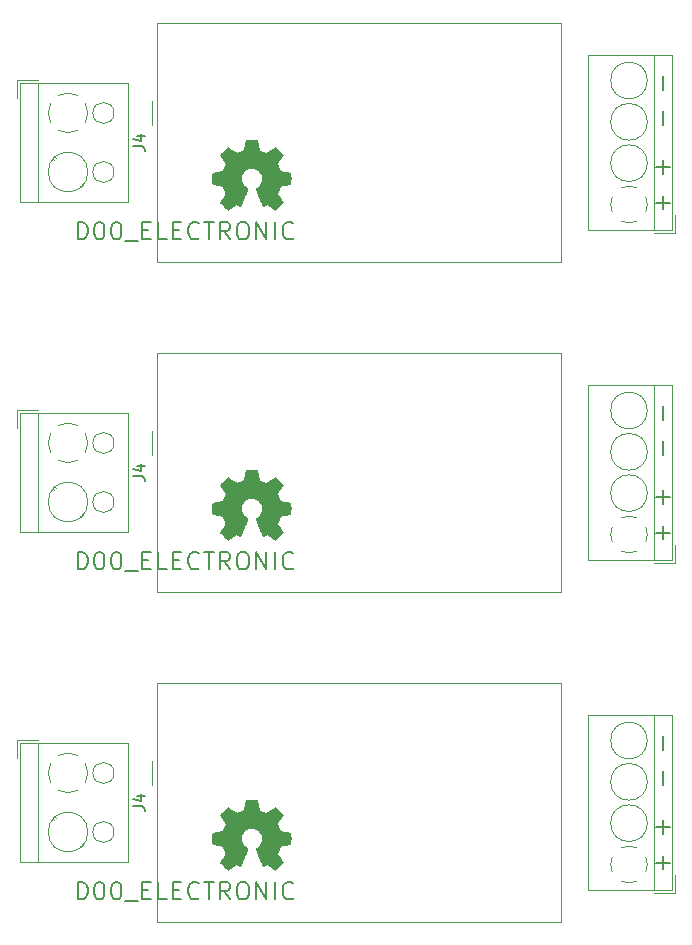
<source format=gbr>
G04 #@! TF.GenerationSoftware,KiCad,Pcbnew,5.1.5-52549c5~86~ubuntu18.04.1*
G04 #@! TF.CreationDate,2020-10-04T22:34:53-05:00*
G04 #@! TF.ProjectId,,58585858-5858-4585-9858-585858585858,rev?*
G04 #@! TF.SameCoordinates,Original*
G04 #@! TF.FileFunction,Legend,Top*
G04 #@! TF.FilePolarity,Positive*
%FSLAX46Y46*%
G04 Gerber Fmt 4.6, Leading zero omitted, Abs format (unit mm)*
G04 Created by KiCad (PCBNEW 5.1.5-52549c5~86~ubuntu18.04.1) date 2020-10-04 22:34:53*
%MOMM*%
%LPD*%
G04 APERTURE LIST*
%ADD10C,0.150000*%
%ADD11C,0.120000*%
%ADD12C,0.010000*%
G04 APERTURE END LIST*
D10*
X137394142Y-115396257D02*
X137394142Y-114253400D01*
X137965571Y-114824828D02*
X136822714Y-114824828D01*
X137394142Y-112396257D02*
X137394142Y-111253400D01*
X137965571Y-111824828D02*
X136822714Y-111824828D01*
X137394142Y-108253400D02*
X137394142Y-107110542D01*
X137394142Y-105253400D02*
X137394142Y-104110542D01*
X137394142Y-87456257D02*
X137394142Y-86313400D01*
X137965571Y-86884828D02*
X136822714Y-86884828D01*
X137394142Y-84456257D02*
X137394142Y-83313400D01*
X137965571Y-83884828D02*
X136822714Y-83884828D01*
X137394142Y-80313400D02*
X137394142Y-79170542D01*
X137394142Y-77313400D02*
X137394142Y-76170542D01*
X87826057Y-117950371D02*
X87826057Y-116450371D01*
X88183200Y-116450371D01*
X88397485Y-116521800D01*
X88540342Y-116664657D01*
X88611771Y-116807514D01*
X88683200Y-117093228D01*
X88683200Y-117307514D01*
X88611771Y-117593228D01*
X88540342Y-117736085D01*
X88397485Y-117878942D01*
X88183200Y-117950371D01*
X87826057Y-117950371D01*
X89611771Y-116450371D02*
X89754628Y-116450371D01*
X89897485Y-116521800D01*
X89968914Y-116593228D01*
X90040342Y-116736085D01*
X90111771Y-117021800D01*
X90111771Y-117378942D01*
X90040342Y-117664657D01*
X89968914Y-117807514D01*
X89897485Y-117878942D01*
X89754628Y-117950371D01*
X89611771Y-117950371D01*
X89468914Y-117878942D01*
X89397485Y-117807514D01*
X89326057Y-117664657D01*
X89254628Y-117378942D01*
X89254628Y-117021800D01*
X89326057Y-116736085D01*
X89397485Y-116593228D01*
X89468914Y-116521800D01*
X89611771Y-116450371D01*
X91040342Y-116450371D02*
X91183200Y-116450371D01*
X91326057Y-116521800D01*
X91397485Y-116593228D01*
X91468914Y-116736085D01*
X91540342Y-117021800D01*
X91540342Y-117378942D01*
X91468914Y-117664657D01*
X91397485Y-117807514D01*
X91326057Y-117878942D01*
X91183200Y-117950371D01*
X91040342Y-117950371D01*
X90897485Y-117878942D01*
X90826057Y-117807514D01*
X90754628Y-117664657D01*
X90683200Y-117378942D01*
X90683200Y-117021800D01*
X90754628Y-116736085D01*
X90826057Y-116593228D01*
X90897485Y-116521800D01*
X91040342Y-116450371D01*
X91826057Y-118093228D02*
X92968914Y-118093228D01*
X93326057Y-117164657D02*
X93826057Y-117164657D01*
X94040342Y-117950371D02*
X93326057Y-117950371D01*
X93326057Y-116450371D01*
X94040342Y-116450371D01*
X95397485Y-117950371D02*
X94683200Y-117950371D01*
X94683200Y-116450371D01*
X95897485Y-117164657D02*
X96397485Y-117164657D01*
X96611771Y-117950371D02*
X95897485Y-117950371D01*
X95897485Y-116450371D01*
X96611771Y-116450371D01*
X98111771Y-117807514D02*
X98040342Y-117878942D01*
X97826057Y-117950371D01*
X97683200Y-117950371D01*
X97468914Y-117878942D01*
X97326057Y-117736085D01*
X97254628Y-117593228D01*
X97183200Y-117307514D01*
X97183200Y-117093228D01*
X97254628Y-116807514D01*
X97326057Y-116664657D01*
X97468914Y-116521800D01*
X97683200Y-116450371D01*
X97826057Y-116450371D01*
X98040342Y-116521800D01*
X98111771Y-116593228D01*
X98540342Y-116450371D02*
X99397485Y-116450371D01*
X98968914Y-117950371D02*
X98968914Y-116450371D01*
X100754628Y-117950371D02*
X100254628Y-117236085D01*
X99897485Y-117950371D02*
X99897485Y-116450371D01*
X100468914Y-116450371D01*
X100611771Y-116521800D01*
X100683200Y-116593228D01*
X100754628Y-116736085D01*
X100754628Y-116950371D01*
X100683200Y-117093228D01*
X100611771Y-117164657D01*
X100468914Y-117236085D01*
X99897485Y-117236085D01*
X101683200Y-116450371D02*
X101968914Y-116450371D01*
X102111771Y-116521800D01*
X102254628Y-116664657D01*
X102326057Y-116950371D01*
X102326057Y-117450371D01*
X102254628Y-117736085D01*
X102111771Y-117878942D01*
X101968914Y-117950371D01*
X101683200Y-117950371D01*
X101540342Y-117878942D01*
X101397485Y-117736085D01*
X101326057Y-117450371D01*
X101326057Y-116950371D01*
X101397485Y-116664657D01*
X101540342Y-116521800D01*
X101683200Y-116450371D01*
X102968914Y-117950371D02*
X102968914Y-116450371D01*
X103826057Y-117950371D01*
X103826057Y-116450371D01*
X104540342Y-117950371D02*
X104540342Y-116450371D01*
X106111771Y-117807514D02*
X106040342Y-117878942D01*
X105826057Y-117950371D01*
X105683200Y-117950371D01*
X105468914Y-117878942D01*
X105326057Y-117736085D01*
X105254628Y-117593228D01*
X105183200Y-117307514D01*
X105183200Y-117093228D01*
X105254628Y-116807514D01*
X105326057Y-116664657D01*
X105468914Y-116521800D01*
X105683200Y-116450371D01*
X105826057Y-116450371D01*
X106040342Y-116521800D01*
X106111771Y-116593228D01*
X87826057Y-90010371D02*
X87826057Y-88510371D01*
X88183200Y-88510371D01*
X88397485Y-88581800D01*
X88540342Y-88724657D01*
X88611771Y-88867514D01*
X88683200Y-89153228D01*
X88683200Y-89367514D01*
X88611771Y-89653228D01*
X88540342Y-89796085D01*
X88397485Y-89938942D01*
X88183200Y-90010371D01*
X87826057Y-90010371D01*
X89611771Y-88510371D02*
X89754628Y-88510371D01*
X89897485Y-88581800D01*
X89968914Y-88653228D01*
X90040342Y-88796085D01*
X90111771Y-89081800D01*
X90111771Y-89438942D01*
X90040342Y-89724657D01*
X89968914Y-89867514D01*
X89897485Y-89938942D01*
X89754628Y-90010371D01*
X89611771Y-90010371D01*
X89468914Y-89938942D01*
X89397485Y-89867514D01*
X89326057Y-89724657D01*
X89254628Y-89438942D01*
X89254628Y-89081800D01*
X89326057Y-88796085D01*
X89397485Y-88653228D01*
X89468914Y-88581800D01*
X89611771Y-88510371D01*
X91040342Y-88510371D02*
X91183200Y-88510371D01*
X91326057Y-88581800D01*
X91397485Y-88653228D01*
X91468914Y-88796085D01*
X91540342Y-89081800D01*
X91540342Y-89438942D01*
X91468914Y-89724657D01*
X91397485Y-89867514D01*
X91326057Y-89938942D01*
X91183200Y-90010371D01*
X91040342Y-90010371D01*
X90897485Y-89938942D01*
X90826057Y-89867514D01*
X90754628Y-89724657D01*
X90683200Y-89438942D01*
X90683200Y-89081800D01*
X90754628Y-88796085D01*
X90826057Y-88653228D01*
X90897485Y-88581800D01*
X91040342Y-88510371D01*
X91826057Y-90153228D02*
X92968914Y-90153228D01*
X93326057Y-89224657D02*
X93826057Y-89224657D01*
X94040342Y-90010371D02*
X93326057Y-90010371D01*
X93326057Y-88510371D01*
X94040342Y-88510371D01*
X95397485Y-90010371D02*
X94683200Y-90010371D01*
X94683200Y-88510371D01*
X95897485Y-89224657D02*
X96397485Y-89224657D01*
X96611771Y-90010371D02*
X95897485Y-90010371D01*
X95897485Y-88510371D01*
X96611771Y-88510371D01*
X98111771Y-89867514D02*
X98040342Y-89938942D01*
X97826057Y-90010371D01*
X97683200Y-90010371D01*
X97468914Y-89938942D01*
X97326057Y-89796085D01*
X97254628Y-89653228D01*
X97183200Y-89367514D01*
X97183200Y-89153228D01*
X97254628Y-88867514D01*
X97326057Y-88724657D01*
X97468914Y-88581800D01*
X97683200Y-88510371D01*
X97826057Y-88510371D01*
X98040342Y-88581800D01*
X98111771Y-88653228D01*
X98540342Y-88510371D02*
X99397485Y-88510371D01*
X98968914Y-90010371D02*
X98968914Y-88510371D01*
X100754628Y-90010371D02*
X100254628Y-89296085D01*
X99897485Y-90010371D02*
X99897485Y-88510371D01*
X100468914Y-88510371D01*
X100611771Y-88581800D01*
X100683200Y-88653228D01*
X100754628Y-88796085D01*
X100754628Y-89010371D01*
X100683200Y-89153228D01*
X100611771Y-89224657D01*
X100468914Y-89296085D01*
X99897485Y-89296085D01*
X101683200Y-88510371D02*
X101968914Y-88510371D01*
X102111771Y-88581800D01*
X102254628Y-88724657D01*
X102326057Y-89010371D01*
X102326057Y-89510371D01*
X102254628Y-89796085D01*
X102111771Y-89938942D01*
X101968914Y-90010371D01*
X101683200Y-90010371D01*
X101540342Y-89938942D01*
X101397485Y-89796085D01*
X101326057Y-89510371D01*
X101326057Y-89010371D01*
X101397485Y-88724657D01*
X101540342Y-88581800D01*
X101683200Y-88510371D01*
X102968914Y-90010371D02*
X102968914Y-88510371D01*
X103826057Y-90010371D01*
X103826057Y-88510371D01*
X104540342Y-90010371D02*
X104540342Y-88510371D01*
X106111771Y-89867514D02*
X106040342Y-89938942D01*
X105826057Y-90010371D01*
X105683200Y-90010371D01*
X105468914Y-89938942D01*
X105326057Y-89796085D01*
X105254628Y-89653228D01*
X105183200Y-89367514D01*
X105183200Y-89153228D01*
X105254628Y-88867514D01*
X105326057Y-88724657D01*
X105468914Y-88581800D01*
X105683200Y-88510371D01*
X105826057Y-88510371D01*
X106040342Y-88581800D01*
X106111771Y-88653228D01*
X137394142Y-59516257D02*
X137394142Y-58373400D01*
X137965571Y-58944828D02*
X136822714Y-58944828D01*
X137394142Y-56516257D02*
X137394142Y-55373400D01*
X137965571Y-55944828D02*
X136822714Y-55944828D01*
X137394142Y-52373400D02*
X137394142Y-51230542D01*
X137394142Y-49373400D02*
X137394142Y-48230542D01*
X87826057Y-62070371D02*
X87826057Y-60570371D01*
X88183200Y-60570371D01*
X88397485Y-60641800D01*
X88540342Y-60784657D01*
X88611771Y-60927514D01*
X88683200Y-61213228D01*
X88683200Y-61427514D01*
X88611771Y-61713228D01*
X88540342Y-61856085D01*
X88397485Y-61998942D01*
X88183200Y-62070371D01*
X87826057Y-62070371D01*
X89611771Y-60570371D02*
X89754628Y-60570371D01*
X89897485Y-60641800D01*
X89968914Y-60713228D01*
X90040342Y-60856085D01*
X90111771Y-61141800D01*
X90111771Y-61498942D01*
X90040342Y-61784657D01*
X89968914Y-61927514D01*
X89897485Y-61998942D01*
X89754628Y-62070371D01*
X89611771Y-62070371D01*
X89468914Y-61998942D01*
X89397485Y-61927514D01*
X89326057Y-61784657D01*
X89254628Y-61498942D01*
X89254628Y-61141800D01*
X89326057Y-60856085D01*
X89397485Y-60713228D01*
X89468914Y-60641800D01*
X89611771Y-60570371D01*
X91040342Y-60570371D02*
X91183200Y-60570371D01*
X91326057Y-60641800D01*
X91397485Y-60713228D01*
X91468914Y-60856085D01*
X91540342Y-61141800D01*
X91540342Y-61498942D01*
X91468914Y-61784657D01*
X91397485Y-61927514D01*
X91326057Y-61998942D01*
X91183200Y-62070371D01*
X91040342Y-62070371D01*
X90897485Y-61998942D01*
X90826057Y-61927514D01*
X90754628Y-61784657D01*
X90683200Y-61498942D01*
X90683200Y-61141800D01*
X90754628Y-60856085D01*
X90826057Y-60713228D01*
X90897485Y-60641800D01*
X91040342Y-60570371D01*
X91826057Y-62213228D02*
X92968914Y-62213228D01*
X93326057Y-61284657D02*
X93826057Y-61284657D01*
X94040342Y-62070371D02*
X93326057Y-62070371D01*
X93326057Y-60570371D01*
X94040342Y-60570371D01*
X95397485Y-62070371D02*
X94683200Y-62070371D01*
X94683200Y-60570371D01*
X95897485Y-61284657D02*
X96397485Y-61284657D01*
X96611771Y-62070371D02*
X95897485Y-62070371D01*
X95897485Y-60570371D01*
X96611771Y-60570371D01*
X98111771Y-61927514D02*
X98040342Y-61998942D01*
X97826057Y-62070371D01*
X97683200Y-62070371D01*
X97468914Y-61998942D01*
X97326057Y-61856085D01*
X97254628Y-61713228D01*
X97183200Y-61427514D01*
X97183200Y-61213228D01*
X97254628Y-60927514D01*
X97326057Y-60784657D01*
X97468914Y-60641800D01*
X97683200Y-60570371D01*
X97826057Y-60570371D01*
X98040342Y-60641800D01*
X98111771Y-60713228D01*
X98540342Y-60570371D02*
X99397485Y-60570371D01*
X98968914Y-62070371D02*
X98968914Y-60570371D01*
X100754628Y-62070371D02*
X100254628Y-61356085D01*
X99897485Y-62070371D02*
X99897485Y-60570371D01*
X100468914Y-60570371D01*
X100611771Y-60641800D01*
X100683200Y-60713228D01*
X100754628Y-60856085D01*
X100754628Y-61070371D01*
X100683200Y-61213228D01*
X100611771Y-61284657D01*
X100468914Y-61356085D01*
X99897485Y-61356085D01*
X101683200Y-60570371D02*
X101968914Y-60570371D01*
X102111771Y-60641800D01*
X102254628Y-60784657D01*
X102326057Y-61070371D01*
X102326057Y-61570371D01*
X102254628Y-61856085D01*
X102111771Y-61998942D01*
X101968914Y-62070371D01*
X101683200Y-62070371D01*
X101540342Y-61998942D01*
X101397485Y-61856085D01*
X101326057Y-61570371D01*
X101326057Y-61070371D01*
X101397485Y-60784657D01*
X101540342Y-60641800D01*
X101683200Y-60570371D01*
X102968914Y-62070371D02*
X102968914Y-60570371D01*
X103826057Y-62070371D01*
X103826057Y-60570371D01*
X104540342Y-62070371D02*
X104540342Y-60570371D01*
X106111771Y-61927514D02*
X106040342Y-61998942D01*
X105826057Y-62070371D01*
X105683200Y-62070371D01*
X105468914Y-61998942D01*
X105326057Y-61856085D01*
X105254628Y-61713228D01*
X105183200Y-61427514D01*
X105183200Y-61213228D01*
X105254628Y-60927514D01*
X105326057Y-60784657D01*
X105468914Y-60641800D01*
X105683200Y-60570371D01*
X105826057Y-60570371D01*
X106040342Y-60641800D01*
X106111771Y-60713228D01*
D11*
X85537048Y-108026912D02*
G75*
G02X85340400Y-107238200I1483352J788712D01*
G01*
X87809488Y-108722153D02*
G75*
G02X86231400Y-108722200I-789088J1483953D01*
G01*
X88504353Y-106449112D02*
G75*
G02X88504400Y-108027200I-1483953J-789088D01*
G01*
X86231312Y-105754247D02*
G75*
G02X87809400Y-105754200I789088J-1483953D01*
G01*
X85339950Y-107267583D02*
G75*
G02X85536400Y-106449200I1680450J29383D01*
G01*
X90920400Y-107238200D02*
G75*
G03X90920400Y-107238200I-900000J0D01*
G01*
X88700400Y-112238200D02*
G75*
G03X88700400Y-112238200I-1680000J0D01*
G01*
X90920400Y-112238200D02*
G75*
G03X90920400Y-112238200I-900000J0D01*
G01*
X84520400Y-104678200D02*
X84520400Y-114798200D01*
X92080400Y-104678200D02*
X92080400Y-114798200D01*
X82960400Y-104678200D02*
X82960400Y-114798200D01*
X92080400Y-104678200D02*
X82960400Y-104678200D01*
X92080400Y-114798200D02*
X82960400Y-114798200D01*
X88089400Y-113513200D02*
X87996400Y-113419200D01*
X85804400Y-111228200D02*
X85746400Y-111169200D01*
X88295400Y-113308200D02*
X88236400Y-113249200D01*
X86044400Y-111058200D02*
X85951400Y-110964200D01*
X84460400Y-104438200D02*
X82720400Y-104438200D01*
X82720400Y-104438200D02*
X82720400Y-105938200D01*
X85537048Y-80086912D02*
G75*
G02X85340400Y-79298200I1483352J788712D01*
G01*
X87809488Y-80782153D02*
G75*
G02X86231400Y-80782200I-789088J1483953D01*
G01*
X88504353Y-78509112D02*
G75*
G02X88504400Y-80087200I-1483953J-789088D01*
G01*
X86231312Y-77814247D02*
G75*
G02X87809400Y-77814200I789088J-1483953D01*
G01*
X85339950Y-79327583D02*
G75*
G02X85536400Y-78509200I1680450J29383D01*
G01*
X90920400Y-79298200D02*
G75*
G03X90920400Y-79298200I-900000J0D01*
G01*
X88700400Y-84298200D02*
G75*
G03X88700400Y-84298200I-1680000J0D01*
G01*
X90920400Y-84298200D02*
G75*
G03X90920400Y-84298200I-900000J0D01*
G01*
X84520400Y-76738200D02*
X84520400Y-86858200D01*
X92080400Y-76738200D02*
X92080400Y-86858200D01*
X82960400Y-76738200D02*
X82960400Y-86858200D01*
X92080400Y-76738200D02*
X82960400Y-76738200D01*
X92080400Y-86858200D02*
X82960400Y-86858200D01*
X88089400Y-85573200D02*
X87996400Y-85479200D01*
X85804400Y-83288200D02*
X85746400Y-83229200D01*
X88295400Y-85368200D02*
X88236400Y-85309200D01*
X86044400Y-83118200D02*
X85951400Y-83024200D01*
X84460400Y-76498200D02*
X82720400Y-76498200D01*
X82720400Y-76498200D02*
X82720400Y-77998200D01*
X94543200Y-99638200D02*
X94543200Y-119838200D01*
X94543200Y-119838200D02*
X128743200Y-119838200D01*
X128743200Y-119838200D02*
X128743200Y-99638200D01*
X128743200Y-99638200D02*
X94543200Y-99638200D01*
X94153200Y-106238200D02*
X94153200Y-108248200D01*
X94543200Y-71698200D02*
X94543200Y-91898200D01*
X94543200Y-91898200D02*
X128743200Y-91898200D01*
X128743200Y-91898200D02*
X128743200Y-71698200D01*
X128743200Y-71698200D02*
X94543200Y-71698200D01*
X94153200Y-78298200D02*
X94153200Y-80308200D01*
D12*
G36*
X103095614Y-109940131D02*
G01*
X103179435Y-110384755D01*
X103488720Y-110512253D01*
X103798006Y-110639751D01*
X104169046Y-110387446D01*
X104272957Y-110317196D01*
X104366887Y-110254472D01*
X104446452Y-110202138D01*
X104507270Y-110163057D01*
X104544957Y-110140093D01*
X104555221Y-110135142D01*
X104573710Y-110147876D01*
X104613220Y-110183082D01*
X104669322Y-110236262D01*
X104737587Y-110302918D01*
X104813586Y-110378554D01*
X104892892Y-110458672D01*
X104971075Y-110538774D01*
X105043707Y-110614364D01*
X105106359Y-110680945D01*
X105154603Y-110734018D01*
X105184010Y-110769087D01*
X105191041Y-110780823D01*
X105180923Y-110802460D01*
X105152559Y-110849862D01*
X105108929Y-110918393D01*
X105053018Y-111003415D01*
X104987806Y-111100293D01*
X104950019Y-111155550D01*
X104881143Y-111256448D01*
X104819940Y-111347499D01*
X104769378Y-111424170D01*
X104732428Y-111481928D01*
X104712058Y-111516243D01*
X104708997Y-111523454D01*
X104715936Y-111543948D01*
X104734851Y-111591713D01*
X104762887Y-111660032D01*
X104797191Y-111742189D01*
X104834909Y-111831470D01*
X104873187Y-111921158D01*
X104909170Y-112004538D01*
X104940006Y-112074894D01*
X104962839Y-112125510D01*
X104974817Y-112149671D01*
X104975524Y-112150622D01*
X104994331Y-112155236D01*
X105044418Y-112165528D01*
X105120593Y-112180487D01*
X105217665Y-112199101D01*
X105330443Y-112220359D01*
X105396242Y-112232618D01*
X105516750Y-112255562D01*
X105625597Y-112277395D01*
X105717276Y-112296922D01*
X105786281Y-112312948D01*
X105827104Y-112324279D01*
X105835311Y-112327874D01*
X105843348Y-112352206D01*
X105849833Y-112407159D01*
X105854770Y-112486308D01*
X105858164Y-112583226D01*
X105860018Y-112691487D01*
X105860338Y-112804665D01*
X105859127Y-112916335D01*
X105856390Y-113020068D01*
X105852131Y-113109441D01*
X105846355Y-113178026D01*
X105839067Y-113219397D01*
X105834695Y-113228010D01*
X105808564Y-113238333D01*
X105753193Y-113253092D01*
X105675907Y-113270552D01*
X105584030Y-113288980D01*
X105551958Y-113294941D01*
X105397324Y-113323266D01*
X105275175Y-113346076D01*
X105181473Y-113364280D01*
X105112184Y-113378783D01*
X105063271Y-113390492D01*
X105030697Y-113400315D01*
X105010428Y-113409156D01*
X104998426Y-113417924D01*
X104996747Y-113419657D01*
X104979984Y-113447571D01*
X104954414Y-113501895D01*
X104922588Y-113575977D01*
X104887060Y-113663165D01*
X104850383Y-113756808D01*
X104815111Y-113850252D01*
X104783796Y-113936847D01*
X104758993Y-114009940D01*
X104743254Y-114062878D01*
X104739132Y-114089011D01*
X104739476Y-114089926D01*
X104753441Y-114111286D01*
X104785122Y-114158284D01*
X104831191Y-114226027D01*
X104888318Y-114309623D01*
X104953173Y-114404182D01*
X104971643Y-114431054D01*
X105037499Y-114528475D01*
X105095450Y-114617363D01*
X105142338Y-114692612D01*
X105175007Y-114749120D01*
X105190300Y-114781781D01*
X105191041Y-114785793D01*
X105178192Y-114806884D01*
X105142688Y-114848664D01*
X105089093Y-114906645D01*
X105021971Y-114976335D01*
X104945887Y-115053245D01*
X104865404Y-115132883D01*
X104785087Y-115210761D01*
X104709499Y-115282386D01*
X104643205Y-115343270D01*
X104590769Y-115388921D01*
X104556755Y-115414850D01*
X104547345Y-115419083D01*
X104525443Y-115409112D01*
X104480600Y-115382220D01*
X104420121Y-115342936D01*
X104373589Y-115311317D01*
X104289275Y-115253298D01*
X104189426Y-115184984D01*
X104089273Y-115116779D01*
X104035427Y-115080275D01*
X103853171Y-114957000D01*
X103700181Y-115039720D01*
X103630482Y-115075959D01*
X103571214Y-115104126D01*
X103531111Y-115120191D01*
X103520903Y-115122426D01*
X103508629Y-115105922D01*
X103484413Y-115059282D01*
X103450063Y-114986809D01*
X103407388Y-114892806D01*
X103358194Y-114781574D01*
X103304290Y-114657415D01*
X103247484Y-114524632D01*
X103189582Y-114387527D01*
X103132393Y-114250402D01*
X103077724Y-114117558D01*
X103027384Y-113993298D01*
X102983180Y-113881925D01*
X102946919Y-113787739D01*
X102920409Y-113715044D01*
X102905458Y-113668141D01*
X102903054Y-113652033D01*
X102922111Y-113631486D01*
X102963836Y-113598133D01*
X103019506Y-113558902D01*
X103024178Y-113555799D01*
X103168064Y-113440623D01*
X103284083Y-113306253D01*
X103371230Y-113156984D01*
X103428499Y-112997113D01*
X103454886Y-112830937D01*
X103449385Y-112662752D01*
X103410990Y-112496855D01*
X103338695Y-112337542D01*
X103317426Y-112302687D01*
X103206796Y-112161937D01*
X103076102Y-112048914D01*
X102929864Y-111964203D01*
X102772608Y-111908394D01*
X102608857Y-111882074D01*
X102443133Y-111885830D01*
X102279962Y-111920250D01*
X102123865Y-111985923D01*
X101979367Y-112083435D01*
X101934669Y-112123013D01*
X101820912Y-112246903D01*
X101738018Y-112377324D01*
X101681156Y-112523515D01*
X101649487Y-112668288D01*
X101641669Y-112831060D01*
X101667738Y-112994640D01*
X101725045Y-113153498D01*
X101810944Y-113302106D01*
X101922786Y-113434935D01*
X102057923Y-113546456D01*
X102075683Y-113558211D01*
X102131950Y-113596708D01*
X102174723Y-113630063D01*
X102195172Y-113651360D01*
X102195469Y-113652033D01*
X102191079Y-113675071D01*
X102173676Y-113727357D01*
X102145068Y-113804590D01*
X102107065Y-113902468D01*
X102061474Y-114016691D01*
X102010103Y-114142958D01*
X101954762Y-114276967D01*
X101897258Y-114414418D01*
X101839401Y-114551008D01*
X101782998Y-114682437D01*
X101729858Y-114804405D01*
X101681790Y-114912609D01*
X101640601Y-115002749D01*
X101608101Y-115070523D01*
X101586097Y-115111630D01*
X101577236Y-115122426D01*
X101550160Y-115114019D01*
X101499497Y-115091472D01*
X101433983Y-115058813D01*
X101397959Y-115039720D01*
X101244968Y-114957000D01*
X101062712Y-115080275D01*
X100969675Y-115143428D01*
X100867815Y-115212927D01*
X100772362Y-115278365D01*
X100724550Y-115311317D01*
X100657305Y-115356473D01*
X100600364Y-115392257D01*
X100561154Y-115414138D01*
X100548419Y-115418763D01*
X100529883Y-115406285D01*
X100488859Y-115371452D01*
X100429325Y-115317878D01*
X100355258Y-115249183D01*
X100270635Y-115168981D01*
X100217115Y-115117486D01*
X100123481Y-115025486D01*
X100042559Y-114943199D01*
X99977623Y-114874145D01*
X99931942Y-114821844D01*
X99908789Y-114789816D01*
X99906568Y-114783316D01*
X99916876Y-114758594D01*
X99945361Y-114708605D01*
X99988863Y-114638412D01*
X100044223Y-114553075D01*
X100108280Y-114457656D01*
X100126497Y-114431054D01*
X100192873Y-114334367D01*
X100252422Y-114247317D01*
X100301816Y-114174795D01*
X100337725Y-114121693D01*
X100356819Y-114092903D01*
X100358664Y-114089926D01*
X100355905Y-114066982D01*
X100341262Y-114016536D01*
X100317287Y-113945241D01*
X100286534Y-113859747D01*
X100251556Y-113766707D01*
X100214907Y-113672774D01*
X100179139Y-113584599D01*
X100146806Y-113508834D01*
X100120462Y-113452131D01*
X100102658Y-113421143D01*
X100101393Y-113419657D01*
X100090506Y-113410801D01*
X100072118Y-113402043D01*
X100042194Y-113392477D01*
X99996697Y-113381196D01*
X99931591Y-113367293D01*
X99842839Y-113349863D01*
X99726407Y-113327998D01*
X99578258Y-113300791D01*
X99546182Y-113294941D01*
X99451114Y-113276574D01*
X99368235Y-113258605D01*
X99304870Y-113242769D01*
X99268342Y-113230800D01*
X99263444Y-113228010D01*
X99255373Y-113203272D01*
X99248813Y-113147990D01*
X99243767Y-113068589D01*
X99240241Y-112971496D01*
X99238239Y-112863138D01*
X99237764Y-112749940D01*
X99238823Y-112638328D01*
X99241418Y-112534729D01*
X99245554Y-112445568D01*
X99251237Y-112377272D01*
X99258469Y-112336266D01*
X99262829Y-112327874D01*
X99287102Y-112319408D01*
X99342374Y-112305635D01*
X99423138Y-112287750D01*
X99523888Y-112266948D01*
X99639117Y-112244423D01*
X99701898Y-112232618D01*
X99821013Y-112210351D01*
X99927235Y-112190179D01*
X100015373Y-112173115D01*
X100080234Y-112160169D01*
X100116626Y-112152355D01*
X100122616Y-112150622D01*
X100132739Y-112131090D01*
X100154138Y-112084043D01*
X100183961Y-112016203D01*
X100219355Y-111934291D01*
X100257468Y-111845028D01*
X100295447Y-111755135D01*
X100330440Y-111671335D01*
X100359594Y-111600347D01*
X100380057Y-111548894D01*
X100388977Y-111523697D01*
X100389143Y-111522596D01*
X100379031Y-111502719D01*
X100350683Y-111456977D01*
X100307077Y-111389917D01*
X100251194Y-111306084D01*
X100186013Y-111210026D01*
X100148121Y-111154850D01*
X100079075Y-111053681D01*
X100017750Y-110961830D01*
X99967137Y-110883944D01*
X99930229Y-110824669D01*
X99910018Y-110788651D01*
X99907099Y-110780577D01*
X99919647Y-110761784D01*
X99954337Y-110721657D01*
X100006737Y-110664693D01*
X100072416Y-110595385D01*
X100146944Y-110518231D01*
X100225887Y-110437725D01*
X100304817Y-110358363D01*
X100379300Y-110284640D01*
X100444906Y-110221052D01*
X100497204Y-110172094D01*
X100531761Y-110142261D01*
X100543322Y-110135142D01*
X100562146Y-110145153D01*
X100607169Y-110173278D01*
X100674013Y-110216654D01*
X100758301Y-110272418D01*
X100855656Y-110337706D01*
X100929093Y-110387446D01*
X101300133Y-110639751D01*
X101918705Y-110384755D01*
X102002525Y-109940131D01*
X102086346Y-109495507D01*
X103011794Y-109495507D01*
X103095614Y-109940131D01*
G37*
X103095614Y-109940131D02*
X103179435Y-110384755D01*
X103488720Y-110512253D01*
X103798006Y-110639751D01*
X104169046Y-110387446D01*
X104272957Y-110317196D01*
X104366887Y-110254472D01*
X104446452Y-110202138D01*
X104507270Y-110163057D01*
X104544957Y-110140093D01*
X104555221Y-110135142D01*
X104573710Y-110147876D01*
X104613220Y-110183082D01*
X104669322Y-110236262D01*
X104737587Y-110302918D01*
X104813586Y-110378554D01*
X104892892Y-110458672D01*
X104971075Y-110538774D01*
X105043707Y-110614364D01*
X105106359Y-110680945D01*
X105154603Y-110734018D01*
X105184010Y-110769087D01*
X105191041Y-110780823D01*
X105180923Y-110802460D01*
X105152559Y-110849862D01*
X105108929Y-110918393D01*
X105053018Y-111003415D01*
X104987806Y-111100293D01*
X104950019Y-111155550D01*
X104881143Y-111256448D01*
X104819940Y-111347499D01*
X104769378Y-111424170D01*
X104732428Y-111481928D01*
X104712058Y-111516243D01*
X104708997Y-111523454D01*
X104715936Y-111543948D01*
X104734851Y-111591713D01*
X104762887Y-111660032D01*
X104797191Y-111742189D01*
X104834909Y-111831470D01*
X104873187Y-111921158D01*
X104909170Y-112004538D01*
X104940006Y-112074894D01*
X104962839Y-112125510D01*
X104974817Y-112149671D01*
X104975524Y-112150622D01*
X104994331Y-112155236D01*
X105044418Y-112165528D01*
X105120593Y-112180487D01*
X105217665Y-112199101D01*
X105330443Y-112220359D01*
X105396242Y-112232618D01*
X105516750Y-112255562D01*
X105625597Y-112277395D01*
X105717276Y-112296922D01*
X105786281Y-112312948D01*
X105827104Y-112324279D01*
X105835311Y-112327874D01*
X105843348Y-112352206D01*
X105849833Y-112407159D01*
X105854770Y-112486308D01*
X105858164Y-112583226D01*
X105860018Y-112691487D01*
X105860338Y-112804665D01*
X105859127Y-112916335D01*
X105856390Y-113020068D01*
X105852131Y-113109441D01*
X105846355Y-113178026D01*
X105839067Y-113219397D01*
X105834695Y-113228010D01*
X105808564Y-113238333D01*
X105753193Y-113253092D01*
X105675907Y-113270552D01*
X105584030Y-113288980D01*
X105551958Y-113294941D01*
X105397324Y-113323266D01*
X105275175Y-113346076D01*
X105181473Y-113364280D01*
X105112184Y-113378783D01*
X105063271Y-113390492D01*
X105030697Y-113400315D01*
X105010428Y-113409156D01*
X104998426Y-113417924D01*
X104996747Y-113419657D01*
X104979984Y-113447571D01*
X104954414Y-113501895D01*
X104922588Y-113575977D01*
X104887060Y-113663165D01*
X104850383Y-113756808D01*
X104815111Y-113850252D01*
X104783796Y-113936847D01*
X104758993Y-114009940D01*
X104743254Y-114062878D01*
X104739132Y-114089011D01*
X104739476Y-114089926D01*
X104753441Y-114111286D01*
X104785122Y-114158284D01*
X104831191Y-114226027D01*
X104888318Y-114309623D01*
X104953173Y-114404182D01*
X104971643Y-114431054D01*
X105037499Y-114528475D01*
X105095450Y-114617363D01*
X105142338Y-114692612D01*
X105175007Y-114749120D01*
X105190300Y-114781781D01*
X105191041Y-114785793D01*
X105178192Y-114806884D01*
X105142688Y-114848664D01*
X105089093Y-114906645D01*
X105021971Y-114976335D01*
X104945887Y-115053245D01*
X104865404Y-115132883D01*
X104785087Y-115210761D01*
X104709499Y-115282386D01*
X104643205Y-115343270D01*
X104590769Y-115388921D01*
X104556755Y-115414850D01*
X104547345Y-115419083D01*
X104525443Y-115409112D01*
X104480600Y-115382220D01*
X104420121Y-115342936D01*
X104373589Y-115311317D01*
X104289275Y-115253298D01*
X104189426Y-115184984D01*
X104089273Y-115116779D01*
X104035427Y-115080275D01*
X103853171Y-114957000D01*
X103700181Y-115039720D01*
X103630482Y-115075959D01*
X103571214Y-115104126D01*
X103531111Y-115120191D01*
X103520903Y-115122426D01*
X103508629Y-115105922D01*
X103484413Y-115059282D01*
X103450063Y-114986809D01*
X103407388Y-114892806D01*
X103358194Y-114781574D01*
X103304290Y-114657415D01*
X103247484Y-114524632D01*
X103189582Y-114387527D01*
X103132393Y-114250402D01*
X103077724Y-114117558D01*
X103027384Y-113993298D01*
X102983180Y-113881925D01*
X102946919Y-113787739D01*
X102920409Y-113715044D01*
X102905458Y-113668141D01*
X102903054Y-113652033D01*
X102922111Y-113631486D01*
X102963836Y-113598133D01*
X103019506Y-113558902D01*
X103024178Y-113555799D01*
X103168064Y-113440623D01*
X103284083Y-113306253D01*
X103371230Y-113156984D01*
X103428499Y-112997113D01*
X103454886Y-112830937D01*
X103449385Y-112662752D01*
X103410990Y-112496855D01*
X103338695Y-112337542D01*
X103317426Y-112302687D01*
X103206796Y-112161937D01*
X103076102Y-112048914D01*
X102929864Y-111964203D01*
X102772608Y-111908394D01*
X102608857Y-111882074D01*
X102443133Y-111885830D01*
X102279962Y-111920250D01*
X102123865Y-111985923D01*
X101979367Y-112083435D01*
X101934669Y-112123013D01*
X101820912Y-112246903D01*
X101738018Y-112377324D01*
X101681156Y-112523515D01*
X101649487Y-112668288D01*
X101641669Y-112831060D01*
X101667738Y-112994640D01*
X101725045Y-113153498D01*
X101810944Y-113302106D01*
X101922786Y-113434935D01*
X102057923Y-113546456D01*
X102075683Y-113558211D01*
X102131950Y-113596708D01*
X102174723Y-113630063D01*
X102195172Y-113651360D01*
X102195469Y-113652033D01*
X102191079Y-113675071D01*
X102173676Y-113727357D01*
X102145068Y-113804590D01*
X102107065Y-113902468D01*
X102061474Y-114016691D01*
X102010103Y-114142958D01*
X101954762Y-114276967D01*
X101897258Y-114414418D01*
X101839401Y-114551008D01*
X101782998Y-114682437D01*
X101729858Y-114804405D01*
X101681790Y-114912609D01*
X101640601Y-115002749D01*
X101608101Y-115070523D01*
X101586097Y-115111630D01*
X101577236Y-115122426D01*
X101550160Y-115114019D01*
X101499497Y-115091472D01*
X101433983Y-115058813D01*
X101397959Y-115039720D01*
X101244968Y-114957000D01*
X101062712Y-115080275D01*
X100969675Y-115143428D01*
X100867815Y-115212927D01*
X100772362Y-115278365D01*
X100724550Y-115311317D01*
X100657305Y-115356473D01*
X100600364Y-115392257D01*
X100561154Y-115414138D01*
X100548419Y-115418763D01*
X100529883Y-115406285D01*
X100488859Y-115371452D01*
X100429325Y-115317878D01*
X100355258Y-115249183D01*
X100270635Y-115168981D01*
X100217115Y-115117486D01*
X100123481Y-115025486D01*
X100042559Y-114943199D01*
X99977623Y-114874145D01*
X99931942Y-114821844D01*
X99908789Y-114789816D01*
X99906568Y-114783316D01*
X99916876Y-114758594D01*
X99945361Y-114708605D01*
X99988863Y-114638412D01*
X100044223Y-114553075D01*
X100108280Y-114457656D01*
X100126497Y-114431054D01*
X100192873Y-114334367D01*
X100252422Y-114247317D01*
X100301816Y-114174795D01*
X100337725Y-114121693D01*
X100356819Y-114092903D01*
X100358664Y-114089926D01*
X100355905Y-114066982D01*
X100341262Y-114016536D01*
X100317287Y-113945241D01*
X100286534Y-113859747D01*
X100251556Y-113766707D01*
X100214907Y-113672774D01*
X100179139Y-113584599D01*
X100146806Y-113508834D01*
X100120462Y-113452131D01*
X100102658Y-113421143D01*
X100101393Y-113419657D01*
X100090506Y-113410801D01*
X100072118Y-113402043D01*
X100042194Y-113392477D01*
X99996697Y-113381196D01*
X99931591Y-113367293D01*
X99842839Y-113349863D01*
X99726407Y-113327998D01*
X99578258Y-113300791D01*
X99546182Y-113294941D01*
X99451114Y-113276574D01*
X99368235Y-113258605D01*
X99304870Y-113242769D01*
X99268342Y-113230800D01*
X99263444Y-113228010D01*
X99255373Y-113203272D01*
X99248813Y-113147990D01*
X99243767Y-113068589D01*
X99240241Y-112971496D01*
X99238239Y-112863138D01*
X99237764Y-112749940D01*
X99238823Y-112638328D01*
X99241418Y-112534729D01*
X99245554Y-112445568D01*
X99251237Y-112377272D01*
X99258469Y-112336266D01*
X99262829Y-112327874D01*
X99287102Y-112319408D01*
X99342374Y-112305635D01*
X99423138Y-112287750D01*
X99523888Y-112266948D01*
X99639117Y-112244423D01*
X99701898Y-112232618D01*
X99821013Y-112210351D01*
X99927235Y-112190179D01*
X100015373Y-112173115D01*
X100080234Y-112160169D01*
X100116626Y-112152355D01*
X100122616Y-112150622D01*
X100132739Y-112131090D01*
X100154138Y-112084043D01*
X100183961Y-112016203D01*
X100219355Y-111934291D01*
X100257468Y-111845028D01*
X100295447Y-111755135D01*
X100330440Y-111671335D01*
X100359594Y-111600347D01*
X100380057Y-111548894D01*
X100388977Y-111523697D01*
X100389143Y-111522596D01*
X100379031Y-111502719D01*
X100350683Y-111456977D01*
X100307077Y-111389917D01*
X100251194Y-111306084D01*
X100186013Y-111210026D01*
X100148121Y-111154850D01*
X100079075Y-111053681D01*
X100017750Y-110961830D01*
X99967137Y-110883944D01*
X99930229Y-110824669D01*
X99910018Y-110788651D01*
X99907099Y-110780577D01*
X99919647Y-110761784D01*
X99954337Y-110721657D01*
X100006737Y-110664693D01*
X100072416Y-110595385D01*
X100146944Y-110518231D01*
X100225887Y-110437725D01*
X100304817Y-110358363D01*
X100379300Y-110284640D01*
X100444906Y-110221052D01*
X100497204Y-110172094D01*
X100531761Y-110142261D01*
X100543322Y-110135142D01*
X100562146Y-110145153D01*
X100607169Y-110173278D01*
X100674013Y-110216654D01*
X100758301Y-110272418D01*
X100855656Y-110337706D01*
X100929093Y-110387446D01*
X101300133Y-110639751D01*
X101918705Y-110384755D01*
X102002525Y-109940131D01*
X102086346Y-109495507D01*
X103011794Y-109495507D01*
X103095614Y-109940131D01*
G36*
X103095614Y-82000131D02*
G01*
X103179435Y-82444755D01*
X103488720Y-82572253D01*
X103798006Y-82699751D01*
X104169046Y-82447446D01*
X104272957Y-82377196D01*
X104366887Y-82314472D01*
X104446452Y-82262138D01*
X104507270Y-82223057D01*
X104544957Y-82200093D01*
X104555221Y-82195142D01*
X104573710Y-82207876D01*
X104613220Y-82243082D01*
X104669322Y-82296262D01*
X104737587Y-82362918D01*
X104813586Y-82438554D01*
X104892892Y-82518672D01*
X104971075Y-82598774D01*
X105043707Y-82674364D01*
X105106359Y-82740945D01*
X105154603Y-82794018D01*
X105184010Y-82829087D01*
X105191041Y-82840823D01*
X105180923Y-82862460D01*
X105152559Y-82909862D01*
X105108929Y-82978393D01*
X105053018Y-83063415D01*
X104987806Y-83160293D01*
X104950019Y-83215550D01*
X104881143Y-83316448D01*
X104819940Y-83407499D01*
X104769378Y-83484170D01*
X104732428Y-83541928D01*
X104712058Y-83576243D01*
X104708997Y-83583454D01*
X104715936Y-83603948D01*
X104734851Y-83651713D01*
X104762887Y-83720032D01*
X104797191Y-83802189D01*
X104834909Y-83891470D01*
X104873187Y-83981158D01*
X104909170Y-84064538D01*
X104940006Y-84134894D01*
X104962839Y-84185510D01*
X104974817Y-84209671D01*
X104975524Y-84210622D01*
X104994331Y-84215236D01*
X105044418Y-84225528D01*
X105120593Y-84240487D01*
X105217665Y-84259101D01*
X105330443Y-84280359D01*
X105396242Y-84292618D01*
X105516750Y-84315562D01*
X105625597Y-84337395D01*
X105717276Y-84356922D01*
X105786281Y-84372948D01*
X105827104Y-84384279D01*
X105835311Y-84387874D01*
X105843348Y-84412206D01*
X105849833Y-84467159D01*
X105854770Y-84546308D01*
X105858164Y-84643226D01*
X105860018Y-84751487D01*
X105860338Y-84864665D01*
X105859127Y-84976335D01*
X105856390Y-85080068D01*
X105852131Y-85169441D01*
X105846355Y-85238026D01*
X105839067Y-85279397D01*
X105834695Y-85288010D01*
X105808564Y-85298333D01*
X105753193Y-85313092D01*
X105675907Y-85330552D01*
X105584030Y-85348980D01*
X105551958Y-85354941D01*
X105397324Y-85383266D01*
X105275175Y-85406076D01*
X105181473Y-85424280D01*
X105112184Y-85438783D01*
X105063271Y-85450492D01*
X105030697Y-85460315D01*
X105010428Y-85469156D01*
X104998426Y-85477924D01*
X104996747Y-85479657D01*
X104979984Y-85507571D01*
X104954414Y-85561895D01*
X104922588Y-85635977D01*
X104887060Y-85723165D01*
X104850383Y-85816808D01*
X104815111Y-85910252D01*
X104783796Y-85996847D01*
X104758993Y-86069940D01*
X104743254Y-86122878D01*
X104739132Y-86149011D01*
X104739476Y-86149926D01*
X104753441Y-86171286D01*
X104785122Y-86218284D01*
X104831191Y-86286027D01*
X104888318Y-86369623D01*
X104953173Y-86464182D01*
X104971643Y-86491054D01*
X105037499Y-86588475D01*
X105095450Y-86677363D01*
X105142338Y-86752612D01*
X105175007Y-86809120D01*
X105190300Y-86841781D01*
X105191041Y-86845793D01*
X105178192Y-86866884D01*
X105142688Y-86908664D01*
X105089093Y-86966645D01*
X105021971Y-87036335D01*
X104945887Y-87113245D01*
X104865404Y-87192883D01*
X104785087Y-87270761D01*
X104709499Y-87342386D01*
X104643205Y-87403270D01*
X104590769Y-87448921D01*
X104556755Y-87474850D01*
X104547345Y-87479083D01*
X104525443Y-87469112D01*
X104480600Y-87442220D01*
X104420121Y-87402936D01*
X104373589Y-87371317D01*
X104289275Y-87313298D01*
X104189426Y-87244984D01*
X104089273Y-87176779D01*
X104035427Y-87140275D01*
X103853171Y-87017000D01*
X103700181Y-87099720D01*
X103630482Y-87135959D01*
X103571214Y-87164126D01*
X103531111Y-87180191D01*
X103520903Y-87182426D01*
X103508629Y-87165922D01*
X103484413Y-87119282D01*
X103450063Y-87046809D01*
X103407388Y-86952806D01*
X103358194Y-86841574D01*
X103304290Y-86717415D01*
X103247484Y-86584632D01*
X103189582Y-86447527D01*
X103132393Y-86310402D01*
X103077724Y-86177558D01*
X103027384Y-86053298D01*
X102983180Y-85941925D01*
X102946919Y-85847739D01*
X102920409Y-85775044D01*
X102905458Y-85728141D01*
X102903054Y-85712033D01*
X102922111Y-85691486D01*
X102963836Y-85658133D01*
X103019506Y-85618902D01*
X103024178Y-85615799D01*
X103168064Y-85500623D01*
X103284083Y-85366253D01*
X103371230Y-85216984D01*
X103428499Y-85057113D01*
X103454886Y-84890937D01*
X103449385Y-84722752D01*
X103410990Y-84556855D01*
X103338695Y-84397542D01*
X103317426Y-84362687D01*
X103206796Y-84221937D01*
X103076102Y-84108914D01*
X102929864Y-84024203D01*
X102772608Y-83968394D01*
X102608857Y-83942074D01*
X102443133Y-83945830D01*
X102279962Y-83980250D01*
X102123865Y-84045923D01*
X101979367Y-84143435D01*
X101934669Y-84183013D01*
X101820912Y-84306903D01*
X101738018Y-84437324D01*
X101681156Y-84583515D01*
X101649487Y-84728288D01*
X101641669Y-84891060D01*
X101667738Y-85054640D01*
X101725045Y-85213498D01*
X101810944Y-85362106D01*
X101922786Y-85494935D01*
X102057923Y-85606456D01*
X102075683Y-85618211D01*
X102131950Y-85656708D01*
X102174723Y-85690063D01*
X102195172Y-85711360D01*
X102195469Y-85712033D01*
X102191079Y-85735071D01*
X102173676Y-85787357D01*
X102145068Y-85864590D01*
X102107065Y-85962468D01*
X102061474Y-86076691D01*
X102010103Y-86202958D01*
X101954762Y-86336967D01*
X101897258Y-86474418D01*
X101839401Y-86611008D01*
X101782998Y-86742437D01*
X101729858Y-86864405D01*
X101681790Y-86972609D01*
X101640601Y-87062749D01*
X101608101Y-87130523D01*
X101586097Y-87171630D01*
X101577236Y-87182426D01*
X101550160Y-87174019D01*
X101499497Y-87151472D01*
X101433983Y-87118813D01*
X101397959Y-87099720D01*
X101244968Y-87017000D01*
X101062712Y-87140275D01*
X100969675Y-87203428D01*
X100867815Y-87272927D01*
X100772362Y-87338365D01*
X100724550Y-87371317D01*
X100657305Y-87416473D01*
X100600364Y-87452257D01*
X100561154Y-87474138D01*
X100548419Y-87478763D01*
X100529883Y-87466285D01*
X100488859Y-87431452D01*
X100429325Y-87377878D01*
X100355258Y-87309183D01*
X100270635Y-87228981D01*
X100217115Y-87177486D01*
X100123481Y-87085486D01*
X100042559Y-87003199D01*
X99977623Y-86934145D01*
X99931942Y-86881844D01*
X99908789Y-86849816D01*
X99906568Y-86843316D01*
X99916876Y-86818594D01*
X99945361Y-86768605D01*
X99988863Y-86698412D01*
X100044223Y-86613075D01*
X100108280Y-86517656D01*
X100126497Y-86491054D01*
X100192873Y-86394367D01*
X100252422Y-86307317D01*
X100301816Y-86234795D01*
X100337725Y-86181693D01*
X100356819Y-86152903D01*
X100358664Y-86149926D01*
X100355905Y-86126982D01*
X100341262Y-86076536D01*
X100317287Y-86005241D01*
X100286534Y-85919747D01*
X100251556Y-85826707D01*
X100214907Y-85732774D01*
X100179139Y-85644599D01*
X100146806Y-85568834D01*
X100120462Y-85512131D01*
X100102658Y-85481143D01*
X100101393Y-85479657D01*
X100090506Y-85470801D01*
X100072118Y-85462043D01*
X100042194Y-85452477D01*
X99996697Y-85441196D01*
X99931591Y-85427293D01*
X99842839Y-85409863D01*
X99726407Y-85387998D01*
X99578258Y-85360791D01*
X99546182Y-85354941D01*
X99451114Y-85336574D01*
X99368235Y-85318605D01*
X99304870Y-85302769D01*
X99268342Y-85290800D01*
X99263444Y-85288010D01*
X99255373Y-85263272D01*
X99248813Y-85207990D01*
X99243767Y-85128589D01*
X99240241Y-85031496D01*
X99238239Y-84923138D01*
X99237764Y-84809940D01*
X99238823Y-84698328D01*
X99241418Y-84594729D01*
X99245554Y-84505568D01*
X99251237Y-84437272D01*
X99258469Y-84396266D01*
X99262829Y-84387874D01*
X99287102Y-84379408D01*
X99342374Y-84365635D01*
X99423138Y-84347750D01*
X99523888Y-84326948D01*
X99639117Y-84304423D01*
X99701898Y-84292618D01*
X99821013Y-84270351D01*
X99927235Y-84250179D01*
X100015373Y-84233115D01*
X100080234Y-84220169D01*
X100116626Y-84212355D01*
X100122616Y-84210622D01*
X100132739Y-84191090D01*
X100154138Y-84144043D01*
X100183961Y-84076203D01*
X100219355Y-83994291D01*
X100257468Y-83905028D01*
X100295447Y-83815135D01*
X100330440Y-83731335D01*
X100359594Y-83660347D01*
X100380057Y-83608894D01*
X100388977Y-83583697D01*
X100389143Y-83582596D01*
X100379031Y-83562719D01*
X100350683Y-83516977D01*
X100307077Y-83449917D01*
X100251194Y-83366084D01*
X100186013Y-83270026D01*
X100148121Y-83214850D01*
X100079075Y-83113681D01*
X100017750Y-83021830D01*
X99967137Y-82943944D01*
X99930229Y-82884669D01*
X99910018Y-82848651D01*
X99907099Y-82840577D01*
X99919647Y-82821784D01*
X99954337Y-82781657D01*
X100006737Y-82724693D01*
X100072416Y-82655385D01*
X100146944Y-82578231D01*
X100225887Y-82497725D01*
X100304817Y-82418363D01*
X100379300Y-82344640D01*
X100444906Y-82281052D01*
X100497204Y-82232094D01*
X100531761Y-82202261D01*
X100543322Y-82195142D01*
X100562146Y-82205153D01*
X100607169Y-82233278D01*
X100674013Y-82276654D01*
X100758301Y-82332418D01*
X100855656Y-82397706D01*
X100929093Y-82447446D01*
X101300133Y-82699751D01*
X101918705Y-82444755D01*
X102002525Y-82000131D01*
X102086346Y-81555507D01*
X103011794Y-81555507D01*
X103095614Y-82000131D01*
G37*
X103095614Y-82000131D02*
X103179435Y-82444755D01*
X103488720Y-82572253D01*
X103798006Y-82699751D01*
X104169046Y-82447446D01*
X104272957Y-82377196D01*
X104366887Y-82314472D01*
X104446452Y-82262138D01*
X104507270Y-82223057D01*
X104544957Y-82200093D01*
X104555221Y-82195142D01*
X104573710Y-82207876D01*
X104613220Y-82243082D01*
X104669322Y-82296262D01*
X104737587Y-82362918D01*
X104813586Y-82438554D01*
X104892892Y-82518672D01*
X104971075Y-82598774D01*
X105043707Y-82674364D01*
X105106359Y-82740945D01*
X105154603Y-82794018D01*
X105184010Y-82829087D01*
X105191041Y-82840823D01*
X105180923Y-82862460D01*
X105152559Y-82909862D01*
X105108929Y-82978393D01*
X105053018Y-83063415D01*
X104987806Y-83160293D01*
X104950019Y-83215550D01*
X104881143Y-83316448D01*
X104819940Y-83407499D01*
X104769378Y-83484170D01*
X104732428Y-83541928D01*
X104712058Y-83576243D01*
X104708997Y-83583454D01*
X104715936Y-83603948D01*
X104734851Y-83651713D01*
X104762887Y-83720032D01*
X104797191Y-83802189D01*
X104834909Y-83891470D01*
X104873187Y-83981158D01*
X104909170Y-84064538D01*
X104940006Y-84134894D01*
X104962839Y-84185510D01*
X104974817Y-84209671D01*
X104975524Y-84210622D01*
X104994331Y-84215236D01*
X105044418Y-84225528D01*
X105120593Y-84240487D01*
X105217665Y-84259101D01*
X105330443Y-84280359D01*
X105396242Y-84292618D01*
X105516750Y-84315562D01*
X105625597Y-84337395D01*
X105717276Y-84356922D01*
X105786281Y-84372948D01*
X105827104Y-84384279D01*
X105835311Y-84387874D01*
X105843348Y-84412206D01*
X105849833Y-84467159D01*
X105854770Y-84546308D01*
X105858164Y-84643226D01*
X105860018Y-84751487D01*
X105860338Y-84864665D01*
X105859127Y-84976335D01*
X105856390Y-85080068D01*
X105852131Y-85169441D01*
X105846355Y-85238026D01*
X105839067Y-85279397D01*
X105834695Y-85288010D01*
X105808564Y-85298333D01*
X105753193Y-85313092D01*
X105675907Y-85330552D01*
X105584030Y-85348980D01*
X105551958Y-85354941D01*
X105397324Y-85383266D01*
X105275175Y-85406076D01*
X105181473Y-85424280D01*
X105112184Y-85438783D01*
X105063271Y-85450492D01*
X105030697Y-85460315D01*
X105010428Y-85469156D01*
X104998426Y-85477924D01*
X104996747Y-85479657D01*
X104979984Y-85507571D01*
X104954414Y-85561895D01*
X104922588Y-85635977D01*
X104887060Y-85723165D01*
X104850383Y-85816808D01*
X104815111Y-85910252D01*
X104783796Y-85996847D01*
X104758993Y-86069940D01*
X104743254Y-86122878D01*
X104739132Y-86149011D01*
X104739476Y-86149926D01*
X104753441Y-86171286D01*
X104785122Y-86218284D01*
X104831191Y-86286027D01*
X104888318Y-86369623D01*
X104953173Y-86464182D01*
X104971643Y-86491054D01*
X105037499Y-86588475D01*
X105095450Y-86677363D01*
X105142338Y-86752612D01*
X105175007Y-86809120D01*
X105190300Y-86841781D01*
X105191041Y-86845793D01*
X105178192Y-86866884D01*
X105142688Y-86908664D01*
X105089093Y-86966645D01*
X105021971Y-87036335D01*
X104945887Y-87113245D01*
X104865404Y-87192883D01*
X104785087Y-87270761D01*
X104709499Y-87342386D01*
X104643205Y-87403270D01*
X104590769Y-87448921D01*
X104556755Y-87474850D01*
X104547345Y-87479083D01*
X104525443Y-87469112D01*
X104480600Y-87442220D01*
X104420121Y-87402936D01*
X104373589Y-87371317D01*
X104289275Y-87313298D01*
X104189426Y-87244984D01*
X104089273Y-87176779D01*
X104035427Y-87140275D01*
X103853171Y-87017000D01*
X103700181Y-87099720D01*
X103630482Y-87135959D01*
X103571214Y-87164126D01*
X103531111Y-87180191D01*
X103520903Y-87182426D01*
X103508629Y-87165922D01*
X103484413Y-87119282D01*
X103450063Y-87046809D01*
X103407388Y-86952806D01*
X103358194Y-86841574D01*
X103304290Y-86717415D01*
X103247484Y-86584632D01*
X103189582Y-86447527D01*
X103132393Y-86310402D01*
X103077724Y-86177558D01*
X103027384Y-86053298D01*
X102983180Y-85941925D01*
X102946919Y-85847739D01*
X102920409Y-85775044D01*
X102905458Y-85728141D01*
X102903054Y-85712033D01*
X102922111Y-85691486D01*
X102963836Y-85658133D01*
X103019506Y-85618902D01*
X103024178Y-85615799D01*
X103168064Y-85500623D01*
X103284083Y-85366253D01*
X103371230Y-85216984D01*
X103428499Y-85057113D01*
X103454886Y-84890937D01*
X103449385Y-84722752D01*
X103410990Y-84556855D01*
X103338695Y-84397542D01*
X103317426Y-84362687D01*
X103206796Y-84221937D01*
X103076102Y-84108914D01*
X102929864Y-84024203D01*
X102772608Y-83968394D01*
X102608857Y-83942074D01*
X102443133Y-83945830D01*
X102279962Y-83980250D01*
X102123865Y-84045923D01*
X101979367Y-84143435D01*
X101934669Y-84183013D01*
X101820912Y-84306903D01*
X101738018Y-84437324D01*
X101681156Y-84583515D01*
X101649487Y-84728288D01*
X101641669Y-84891060D01*
X101667738Y-85054640D01*
X101725045Y-85213498D01*
X101810944Y-85362106D01*
X101922786Y-85494935D01*
X102057923Y-85606456D01*
X102075683Y-85618211D01*
X102131950Y-85656708D01*
X102174723Y-85690063D01*
X102195172Y-85711360D01*
X102195469Y-85712033D01*
X102191079Y-85735071D01*
X102173676Y-85787357D01*
X102145068Y-85864590D01*
X102107065Y-85962468D01*
X102061474Y-86076691D01*
X102010103Y-86202958D01*
X101954762Y-86336967D01*
X101897258Y-86474418D01*
X101839401Y-86611008D01*
X101782998Y-86742437D01*
X101729858Y-86864405D01*
X101681790Y-86972609D01*
X101640601Y-87062749D01*
X101608101Y-87130523D01*
X101586097Y-87171630D01*
X101577236Y-87182426D01*
X101550160Y-87174019D01*
X101499497Y-87151472D01*
X101433983Y-87118813D01*
X101397959Y-87099720D01*
X101244968Y-87017000D01*
X101062712Y-87140275D01*
X100969675Y-87203428D01*
X100867815Y-87272927D01*
X100772362Y-87338365D01*
X100724550Y-87371317D01*
X100657305Y-87416473D01*
X100600364Y-87452257D01*
X100561154Y-87474138D01*
X100548419Y-87478763D01*
X100529883Y-87466285D01*
X100488859Y-87431452D01*
X100429325Y-87377878D01*
X100355258Y-87309183D01*
X100270635Y-87228981D01*
X100217115Y-87177486D01*
X100123481Y-87085486D01*
X100042559Y-87003199D01*
X99977623Y-86934145D01*
X99931942Y-86881844D01*
X99908789Y-86849816D01*
X99906568Y-86843316D01*
X99916876Y-86818594D01*
X99945361Y-86768605D01*
X99988863Y-86698412D01*
X100044223Y-86613075D01*
X100108280Y-86517656D01*
X100126497Y-86491054D01*
X100192873Y-86394367D01*
X100252422Y-86307317D01*
X100301816Y-86234795D01*
X100337725Y-86181693D01*
X100356819Y-86152903D01*
X100358664Y-86149926D01*
X100355905Y-86126982D01*
X100341262Y-86076536D01*
X100317287Y-86005241D01*
X100286534Y-85919747D01*
X100251556Y-85826707D01*
X100214907Y-85732774D01*
X100179139Y-85644599D01*
X100146806Y-85568834D01*
X100120462Y-85512131D01*
X100102658Y-85481143D01*
X100101393Y-85479657D01*
X100090506Y-85470801D01*
X100072118Y-85462043D01*
X100042194Y-85452477D01*
X99996697Y-85441196D01*
X99931591Y-85427293D01*
X99842839Y-85409863D01*
X99726407Y-85387998D01*
X99578258Y-85360791D01*
X99546182Y-85354941D01*
X99451114Y-85336574D01*
X99368235Y-85318605D01*
X99304870Y-85302769D01*
X99268342Y-85290800D01*
X99263444Y-85288010D01*
X99255373Y-85263272D01*
X99248813Y-85207990D01*
X99243767Y-85128589D01*
X99240241Y-85031496D01*
X99238239Y-84923138D01*
X99237764Y-84809940D01*
X99238823Y-84698328D01*
X99241418Y-84594729D01*
X99245554Y-84505568D01*
X99251237Y-84437272D01*
X99258469Y-84396266D01*
X99262829Y-84387874D01*
X99287102Y-84379408D01*
X99342374Y-84365635D01*
X99423138Y-84347750D01*
X99523888Y-84326948D01*
X99639117Y-84304423D01*
X99701898Y-84292618D01*
X99821013Y-84270351D01*
X99927235Y-84250179D01*
X100015373Y-84233115D01*
X100080234Y-84220169D01*
X100116626Y-84212355D01*
X100122616Y-84210622D01*
X100132739Y-84191090D01*
X100154138Y-84144043D01*
X100183961Y-84076203D01*
X100219355Y-83994291D01*
X100257468Y-83905028D01*
X100295447Y-83815135D01*
X100330440Y-83731335D01*
X100359594Y-83660347D01*
X100380057Y-83608894D01*
X100388977Y-83583697D01*
X100389143Y-83582596D01*
X100379031Y-83562719D01*
X100350683Y-83516977D01*
X100307077Y-83449917D01*
X100251194Y-83366084D01*
X100186013Y-83270026D01*
X100148121Y-83214850D01*
X100079075Y-83113681D01*
X100017750Y-83021830D01*
X99967137Y-82943944D01*
X99930229Y-82884669D01*
X99910018Y-82848651D01*
X99907099Y-82840577D01*
X99919647Y-82821784D01*
X99954337Y-82781657D01*
X100006737Y-82724693D01*
X100072416Y-82655385D01*
X100146944Y-82578231D01*
X100225887Y-82497725D01*
X100304817Y-82418363D01*
X100379300Y-82344640D01*
X100444906Y-82281052D01*
X100497204Y-82232094D01*
X100531761Y-82202261D01*
X100543322Y-82195142D01*
X100562146Y-82205153D01*
X100607169Y-82233278D01*
X100674013Y-82276654D01*
X100758301Y-82332418D01*
X100855656Y-82397706D01*
X100929093Y-82447446D01*
X101300133Y-82699751D01*
X101918705Y-82444755D01*
X102002525Y-82000131D01*
X102086346Y-81555507D01*
X103011794Y-81555507D01*
X103095614Y-82000131D01*
D11*
X135949785Y-114380613D02*
G75*
G02X136073400Y-114988200I-1431385J-607587D01*
G01*
X133910658Y-113556091D02*
G75*
G02X135126400Y-113556200I607742J-1432109D01*
G01*
X133086291Y-115595942D02*
G75*
G02X133086400Y-114380200I1432109J607742D01*
G01*
X135126142Y-116420309D02*
G75*
G02X133910400Y-116420200I-607742J1432109D01*
G01*
X136073892Y-114961189D02*
G75*
G02X135950400Y-115596200I-1555492J-27011D01*
G01*
X136073400Y-111488200D02*
G75*
G03X136073400Y-111488200I-1555000J0D01*
G01*
X136073400Y-107988200D02*
G75*
G03X136073400Y-107988200I-1555000J0D01*
G01*
X136073400Y-104488200D02*
G75*
G03X136073400Y-104488200I-1555000J0D01*
G01*
X136618400Y-117148200D02*
X136618400Y-102328200D01*
X131058400Y-117148200D02*
X131058400Y-102328200D01*
X138178400Y-117148200D02*
X138178400Y-102328200D01*
X131058400Y-117148200D02*
X138178400Y-117148200D01*
X131058400Y-102328200D02*
X138178400Y-102328200D01*
X136678400Y-117388200D02*
X138418400Y-117388200D01*
X138418400Y-117388200D02*
X138418400Y-115888200D01*
X135949785Y-86440613D02*
G75*
G02X136073400Y-87048200I-1431385J-607587D01*
G01*
X133910658Y-85616091D02*
G75*
G02X135126400Y-85616200I607742J-1432109D01*
G01*
X133086291Y-87655942D02*
G75*
G02X133086400Y-86440200I1432109J607742D01*
G01*
X135126142Y-88480309D02*
G75*
G02X133910400Y-88480200I-607742J1432109D01*
G01*
X136073892Y-87021189D02*
G75*
G02X135950400Y-87656200I-1555492J-27011D01*
G01*
X136073400Y-83548200D02*
G75*
G03X136073400Y-83548200I-1555000J0D01*
G01*
X136073400Y-80048200D02*
G75*
G03X136073400Y-80048200I-1555000J0D01*
G01*
X136073400Y-76548200D02*
G75*
G03X136073400Y-76548200I-1555000J0D01*
G01*
X136618400Y-89208200D02*
X136618400Y-74388200D01*
X131058400Y-89208200D02*
X131058400Y-74388200D01*
X138178400Y-89208200D02*
X138178400Y-74388200D01*
X131058400Y-89208200D02*
X138178400Y-89208200D01*
X131058400Y-74388200D02*
X138178400Y-74388200D01*
X136678400Y-89448200D02*
X138418400Y-89448200D01*
X138418400Y-89448200D02*
X138418400Y-87948200D01*
X82720400Y-48558200D02*
X82720400Y-50058200D01*
X84460400Y-48558200D02*
X82720400Y-48558200D01*
X86044400Y-55178200D02*
X85951400Y-55084200D01*
X88295400Y-57428200D02*
X88236400Y-57369200D01*
X85804400Y-55348200D02*
X85746400Y-55289200D01*
X88089400Y-57633200D02*
X87996400Y-57539200D01*
X92080400Y-58918200D02*
X82960400Y-58918200D01*
X92080400Y-48798200D02*
X82960400Y-48798200D01*
X82960400Y-48798200D02*
X82960400Y-58918200D01*
X92080400Y-48798200D02*
X92080400Y-58918200D01*
X84520400Y-48798200D02*
X84520400Y-58918200D01*
X90920400Y-56358200D02*
G75*
G03X90920400Y-56358200I-900000J0D01*
G01*
X88700400Y-56358200D02*
G75*
G03X88700400Y-56358200I-1680000J0D01*
G01*
X90920400Y-51358200D02*
G75*
G03X90920400Y-51358200I-900000J0D01*
G01*
X85339950Y-51387583D02*
G75*
G02X85536400Y-50569200I1680450J29383D01*
G01*
X86231312Y-49874247D02*
G75*
G02X87809400Y-49874200I789088J-1483953D01*
G01*
X88504353Y-50569112D02*
G75*
G02X88504400Y-52147200I-1483953J-789088D01*
G01*
X87809488Y-52842153D02*
G75*
G02X86231400Y-52842200I-789088J1483953D01*
G01*
X85537048Y-52146912D02*
G75*
G02X85340400Y-51358200I1483352J788712D01*
G01*
D12*
G36*
X103095614Y-54060131D02*
G01*
X103179435Y-54504755D01*
X103488720Y-54632253D01*
X103798006Y-54759751D01*
X104169046Y-54507446D01*
X104272957Y-54437196D01*
X104366887Y-54374472D01*
X104446452Y-54322138D01*
X104507270Y-54283057D01*
X104544957Y-54260093D01*
X104555221Y-54255142D01*
X104573710Y-54267876D01*
X104613220Y-54303082D01*
X104669322Y-54356262D01*
X104737587Y-54422918D01*
X104813586Y-54498554D01*
X104892892Y-54578672D01*
X104971075Y-54658774D01*
X105043707Y-54734364D01*
X105106359Y-54800945D01*
X105154603Y-54854018D01*
X105184010Y-54889087D01*
X105191041Y-54900823D01*
X105180923Y-54922460D01*
X105152559Y-54969862D01*
X105108929Y-55038393D01*
X105053018Y-55123415D01*
X104987806Y-55220293D01*
X104950019Y-55275550D01*
X104881143Y-55376448D01*
X104819940Y-55467499D01*
X104769378Y-55544170D01*
X104732428Y-55601928D01*
X104712058Y-55636243D01*
X104708997Y-55643454D01*
X104715936Y-55663948D01*
X104734851Y-55711713D01*
X104762887Y-55780032D01*
X104797191Y-55862189D01*
X104834909Y-55951470D01*
X104873187Y-56041158D01*
X104909170Y-56124538D01*
X104940006Y-56194894D01*
X104962839Y-56245510D01*
X104974817Y-56269671D01*
X104975524Y-56270622D01*
X104994331Y-56275236D01*
X105044418Y-56285528D01*
X105120593Y-56300487D01*
X105217665Y-56319101D01*
X105330443Y-56340359D01*
X105396242Y-56352618D01*
X105516750Y-56375562D01*
X105625597Y-56397395D01*
X105717276Y-56416922D01*
X105786281Y-56432948D01*
X105827104Y-56444279D01*
X105835311Y-56447874D01*
X105843348Y-56472206D01*
X105849833Y-56527159D01*
X105854770Y-56606308D01*
X105858164Y-56703226D01*
X105860018Y-56811487D01*
X105860338Y-56924665D01*
X105859127Y-57036335D01*
X105856390Y-57140068D01*
X105852131Y-57229441D01*
X105846355Y-57298026D01*
X105839067Y-57339397D01*
X105834695Y-57348010D01*
X105808564Y-57358333D01*
X105753193Y-57373092D01*
X105675907Y-57390552D01*
X105584030Y-57408980D01*
X105551958Y-57414941D01*
X105397324Y-57443266D01*
X105275175Y-57466076D01*
X105181473Y-57484280D01*
X105112184Y-57498783D01*
X105063271Y-57510492D01*
X105030697Y-57520315D01*
X105010428Y-57529156D01*
X104998426Y-57537924D01*
X104996747Y-57539657D01*
X104979984Y-57567571D01*
X104954414Y-57621895D01*
X104922588Y-57695977D01*
X104887060Y-57783165D01*
X104850383Y-57876808D01*
X104815111Y-57970252D01*
X104783796Y-58056847D01*
X104758993Y-58129940D01*
X104743254Y-58182878D01*
X104739132Y-58209011D01*
X104739476Y-58209926D01*
X104753441Y-58231286D01*
X104785122Y-58278284D01*
X104831191Y-58346027D01*
X104888318Y-58429623D01*
X104953173Y-58524182D01*
X104971643Y-58551054D01*
X105037499Y-58648475D01*
X105095450Y-58737363D01*
X105142338Y-58812612D01*
X105175007Y-58869120D01*
X105190300Y-58901781D01*
X105191041Y-58905793D01*
X105178192Y-58926884D01*
X105142688Y-58968664D01*
X105089093Y-59026645D01*
X105021971Y-59096335D01*
X104945887Y-59173245D01*
X104865404Y-59252883D01*
X104785087Y-59330761D01*
X104709499Y-59402386D01*
X104643205Y-59463270D01*
X104590769Y-59508921D01*
X104556755Y-59534850D01*
X104547345Y-59539083D01*
X104525443Y-59529112D01*
X104480600Y-59502220D01*
X104420121Y-59462936D01*
X104373589Y-59431317D01*
X104289275Y-59373298D01*
X104189426Y-59304984D01*
X104089273Y-59236779D01*
X104035427Y-59200275D01*
X103853171Y-59077000D01*
X103700181Y-59159720D01*
X103630482Y-59195959D01*
X103571214Y-59224126D01*
X103531111Y-59240191D01*
X103520903Y-59242426D01*
X103508629Y-59225922D01*
X103484413Y-59179282D01*
X103450063Y-59106809D01*
X103407388Y-59012806D01*
X103358194Y-58901574D01*
X103304290Y-58777415D01*
X103247484Y-58644632D01*
X103189582Y-58507527D01*
X103132393Y-58370402D01*
X103077724Y-58237558D01*
X103027384Y-58113298D01*
X102983180Y-58001925D01*
X102946919Y-57907739D01*
X102920409Y-57835044D01*
X102905458Y-57788141D01*
X102903054Y-57772033D01*
X102922111Y-57751486D01*
X102963836Y-57718133D01*
X103019506Y-57678902D01*
X103024178Y-57675799D01*
X103168064Y-57560623D01*
X103284083Y-57426253D01*
X103371230Y-57276984D01*
X103428499Y-57117113D01*
X103454886Y-56950937D01*
X103449385Y-56782752D01*
X103410990Y-56616855D01*
X103338695Y-56457542D01*
X103317426Y-56422687D01*
X103206796Y-56281937D01*
X103076102Y-56168914D01*
X102929864Y-56084203D01*
X102772608Y-56028394D01*
X102608857Y-56002074D01*
X102443133Y-56005830D01*
X102279962Y-56040250D01*
X102123865Y-56105923D01*
X101979367Y-56203435D01*
X101934669Y-56243013D01*
X101820912Y-56366903D01*
X101738018Y-56497324D01*
X101681156Y-56643515D01*
X101649487Y-56788288D01*
X101641669Y-56951060D01*
X101667738Y-57114640D01*
X101725045Y-57273498D01*
X101810944Y-57422106D01*
X101922786Y-57554935D01*
X102057923Y-57666456D01*
X102075683Y-57678211D01*
X102131950Y-57716708D01*
X102174723Y-57750063D01*
X102195172Y-57771360D01*
X102195469Y-57772033D01*
X102191079Y-57795071D01*
X102173676Y-57847357D01*
X102145068Y-57924590D01*
X102107065Y-58022468D01*
X102061474Y-58136691D01*
X102010103Y-58262958D01*
X101954762Y-58396967D01*
X101897258Y-58534418D01*
X101839401Y-58671008D01*
X101782998Y-58802437D01*
X101729858Y-58924405D01*
X101681790Y-59032609D01*
X101640601Y-59122749D01*
X101608101Y-59190523D01*
X101586097Y-59231630D01*
X101577236Y-59242426D01*
X101550160Y-59234019D01*
X101499497Y-59211472D01*
X101433983Y-59178813D01*
X101397959Y-59159720D01*
X101244968Y-59077000D01*
X101062712Y-59200275D01*
X100969675Y-59263428D01*
X100867815Y-59332927D01*
X100772362Y-59398365D01*
X100724550Y-59431317D01*
X100657305Y-59476473D01*
X100600364Y-59512257D01*
X100561154Y-59534138D01*
X100548419Y-59538763D01*
X100529883Y-59526285D01*
X100488859Y-59491452D01*
X100429325Y-59437878D01*
X100355258Y-59369183D01*
X100270635Y-59288981D01*
X100217115Y-59237486D01*
X100123481Y-59145486D01*
X100042559Y-59063199D01*
X99977623Y-58994145D01*
X99931942Y-58941844D01*
X99908789Y-58909816D01*
X99906568Y-58903316D01*
X99916876Y-58878594D01*
X99945361Y-58828605D01*
X99988863Y-58758412D01*
X100044223Y-58673075D01*
X100108280Y-58577656D01*
X100126497Y-58551054D01*
X100192873Y-58454367D01*
X100252422Y-58367317D01*
X100301816Y-58294795D01*
X100337725Y-58241693D01*
X100356819Y-58212903D01*
X100358664Y-58209926D01*
X100355905Y-58186982D01*
X100341262Y-58136536D01*
X100317287Y-58065241D01*
X100286534Y-57979747D01*
X100251556Y-57886707D01*
X100214907Y-57792774D01*
X100179139Y-57704599D01*
X100146806Y-57628834D01*
X100120462Y-57572131D01*
X100102658Y-57541143D01*
X100101393Y-57539657D01*
X100090506Y-57530801D01*
X100072118Y-57522043D01*
X100042194Y-57512477D01*
X99996697Y-57501196D01*
X99931591Y-57487293D01*
X99842839Y-57469863D01*
X99726407Y-57447998D01*
X99578258Y-57420791D01*
X99546182Y-57414941D01*
X99451114Y-57396574D01*
X99368235Y-57378605D01*
X99304870Y-57362769D01*
X99268342Y-57350800D01*
X99263444Y-57348010D01*
X99255373Y-57323272D01*
X99248813Y-57267990D01*
X99243767Y-57188589D01*
X99240241Y-57091496D01*
X99238239Y-56983138D01*
X99237764Y-56869940D01*
X99238823Y-56758328D01*
X99241418Y-56654729D01*
X99245554Y-56565568D01*
X99251237Y-56497272D01*
X99258469Y-56456266D01*
X99262829Y-56447874D01*
X99287102Y-56439408D01*
X99342374Y-56425635D01*
X99423138Y-56407750D01*
X99523888Y-56386948D01*
X99639117Y-56364423D01*
X99701898Y-56352618D01*
X99821013Y-56330351D01*
X99927235Y-56310179D01*
X100015373Y-56293115D01*
X100080234Y-56280169D01*
X100116626Y-56272355D01*
X100122616Y-56270622D01*
X100132739Y-56251090D01*
X100154138Y-56204043D01*
X100183961Y-56136203D01*
X100219355Y-56054291D01*
X100257468Y-55965028D01*
X100295447Y-55875135D01*
X100330440Y-55791335D01*
X100359594Y-55720347D01*
X100380057Y-55668894D01*
X100388977Y-55643697D01*
X100389143Y-55642596D01*
X100379031Y-55622719D01*
X100350683Y-55576977D01*
X100307077Y-55509917D01*
X100251194Y-55426084D01*
X100186013Y-55330026D01*
X100148121Y-55274850D01*
X100079075Y-55173681D01*
X100017750Y-55081830D01*
X99967137Y-55003944D01*
X99930229Y-54944669D01*
X99910018Y-54908651D01*
X99907099Y-54900577D01*
X99919647Y-54881784D01*
X99954337Y-54841657D01*
X100006737Y-54784693D01*
X100072416Y-54715385D01*
X100146944Y-54638231D01*
X100225887Y-54557725D01*
X100304817Y-54478363D01*
X100379300Y-54404640D01*
X100444906Y-54341052D01*
X100497204Y-54292094D01*
X100531761Y-54262261D01*
X100543322Y-54255142D01*
X100562146Y-54265153D01*
X100607169Y-54293278D01*
X100674013Y-54336654D01*
X100758301Y-54392418D01*
X100855656Y-54457706D01*
X100929093Y-54507446D01*
X101300133Y-54759751D01*
X101918705Y-54504755D01*
X102002525Y-54060131D01*
X102086346Y-53615507D01*
X103011794Y-53615507D01*
X103095614Y-54060131D01*
G37*
X103095614Y-54060131D02*
X103179435Y-54504755D01*
X103488720Y-54632253D01*
X103798006Y-54759751D01*
X104169046Y-54507446D01*
X104272957Y-54437196D01*
X104366887Y-54374472D01*
X104446452Y-54322138D01*
X104507270Y-54283057D01*
X104544957Y-54260093D01*
X104555221Y-54255142D01*
X104573710Y-54267876D01*
X104613220Y-54303082D01*
X104669322Y-54356262D01*
X104737587Y-54422918D01*
X104813586Y-54498554D01*
X104892892Y-54578672D01*
X104971075Y-54658774D01*
X105043707Y-54734364D01*
X105106359Y-54800945D01*
X105154603Y-54854018D01*
X105184010Y-54889087D01*
X105191041Y-54900823D01*
X105180923Y-54922460D01*
X105152559Y-54969862D01*
X105108929Y-55038393D01*
X105053018Y-55123415D01*
X104987806Y-55220293D01*
X104950019Y-55275550D01*
X104881143Y-55376448D01*
X104819940Y-55467499D01*
X104769378Y-55544170D01*
X104732428Y-55601928D01*
X104712058Y-55636243D01*
X104708997Y-55643454D01*
X104715936Y-55663948D01*
X104734851Y-55711713D01*
X104762887Y-55780032D01*
X104797191Y-55862189D01*
X104834909Y-55951470D01*
X104873187Y-56041158D01*
X104909170Y-56124538D01*
X104940006Y-56194894D01*
X104962839Y-56245510D01*
X104974817Y-56269671D01*
X104975524Y-56270622D01*
X104994331Y-56275236D01*
X105044418Y-56285528D01*
X105120593Y-56300487D01*
X105217665Y-56319101D01*
X105330443Y-56340359D01*
X105396242Y-56352618D01*
X105516750Y-56375562D01*
X105625597Y-56397395D01*
X105717276Y-56416922D01*
X105786281Y-56432948D01*
X105827104Y-56444279D01*
X105835311Y-56447874D01*
X105843348Y-56472206D01*
X105849833Y-56527159D01*
X105854770Y-56606308D01*
X105858164Y-56703226D01*
X105860018Y-56811487D01*
X105860338Y-56924665D01*
X105859127Y-57036335D01*
X105856390Y-57140068D01*
X105852131Y-57229441D01*
X105846355Y-57298026D01*
X105839067Y-57339397D01*
X105834695Y-57348010D01*
X105808564Y-57358333D01*
X105753193Y-57373092D01*
X105675907Y-57390552D01*
X105584030Y-57408980D01*
X105551958Y-57414941D01*
X105397324Y-57443266D01*
X105275175Y-57466076D01*
X105181473Y-57484280D01*
X105112184Y-57498783D01*
X105063271Y-57510492D01*
X105030697Y-57520315D01*
X105010428Y-57529156D01*
X104998426Y-57537924D01*
X104996747Y-57539657D01*
X104979984Y-57567571D01*
X104954414Y-57621895D01*
X104922588Y-57695977D01*
X104887060Y-57783165D01*
X104850383Y-57876808D01*
X104815111Y-57970252D01*
X104783796Y-58056847D01*
X104758993Y-58129940D01*
X104743254Y-58182878D01*
X104739132Y-58209011D01*
X104739476Y-58209926D01*
X104753441Y-58231286D01*
X104785122Y-58278284D01*
X104831191Y-58346027D01*
X104888318Y-58429623D01*
X104953173Y-58524182D01*
X104971643Y-58551054D01*
X105037499Y-58648475D01*
X105095450Y-58737363D01*
X105142338Y-58812612D01*
X105175007Y-58869120D01*
X105190300Y-58901781D01*
X105191041Y-58905793D01*
X105178192Y-58926884D01*
X105142688Y-58968664D01*
X105089093Y-59026645D01*
X105021971Y-59096335D01*
X104945887Y-59173245D01*
X104865404Y-59252883D01*
X104785087Y-59330761D01*
X104709499Y-59402386D01*
X104643205Y-59463270D01*
X104590769Y-59508921D01*
X104556755Y-59534850D01*
X104547345Y-59539083D01*
X104525443Y-59529112D01*
X104480600Y-59502220D01*
X104420121Y-59462936D01*
X104373589Y-59431317D01*
X104289275Y-59373298D01*
X104189426Y-59304984D01*
X104089273Y-59236779D01*
X104035427Y-59200275D01*
X103853171Y-59077000D01*
X103700181Y-59159720D01*
X103630482Y-59195959D01*
X103571214Y-59224126D01*
X103531111Y-59240191D01*
X103520903Y-59242426D01*
X103508629Y-59225922D01*
X103484413Y-59179282D01*
X103450063Y-59106809D01*
X103407388Y-59012806D01*
X103358194Y-58901574D01*
X103304290Y-58777415D01*
X103247484Y-58644632D01*
X103189582Y-58507527D01*
X103132393Y-58370402D01*
X103077724Y-58237558D01*
X103027384Y-58113298D01*
X102983180Y-58001925D01*
X102946919Y-57907739D01*
X102920409Y-57835044D01*
X102905458Y-57788141D01*
X102903054Y-57772033D01*
X102922111Y-57751486D01*
X102963836Y-57718133D01*
X103019506Y-57678902D01*
X103024178Y-57675799D01*
X103168064Y-57560623D01*
X103284083Y-57426253D01*
X103371230Y-57276984D01*
X103428499Y-57117113D01*
X103454886Y-56950937D01*
X103449385Y-56782752D01*
X103410990Y-56616855D01*
X103338695Y-56457542D01*
X103317426Y-56422687D01*
X103206796Y-56281937D01*
X103076102Y-56168914D01*
X102929864Y-56084203D01*
X102772608Y-56028394D01*
X102608857Y-56002074D01*
X102443133Y-56005830D01*
X102279962Y-56040250D01*
X102123865Y-56105923D01*
X101979367Y-56203435D01*
X101934669Y-56243013D01*
X101820912Y-56366903D01*
X101738018Y-56497324D01*
X101681156Y-56643515D01*
X101649487Y-56788288D01*
X101641669Y-56951060D01*
X101667738Y-57114640D01*
X101725045Y-57273498D01*
X101810944Y-57422106D01*
X101922786Y-57554935D01*
X102057923Y-57666456D01*
X102075683Y-57678211D01*
X102131950Y-57716708D01*
X102174723Y-57750063D01*
X102195172Y-57771360D01*
X102195469Y-57772033D01*
X102191079Y-57795071D01*
X102173676Y-57847357D01*
X102145068Y-57924590D01*
X102107065Y-58022468D01*
X102061474Y-58136691D01*
X102010103Y-58262958D01*
X101954762Y-58396967D01*
X101897258Y-58534418D01*
X101839401Y-58671008D01*
X101782998Y-58802437D01*
X101729858Y-58924405D01*
X101681790Y-59032609D01*
X101640601Y-59122749D01*
X101608101Y-59190523D01*
X101586097Y-59231630D01*
X101577236Y-59242426D01*
X101550160Y-59234019D01*
X101499497Y-59211472D01*
X101433983Y-59178813D01*
X101397959Y-59159720D01*
X101244968Y-59077000D01*
X101062712Y-59200275D01*
X100969675Y-59263428D01*
X100867815Y-59332927D01*
X100772362Y-59398365D01*
X100724550Y-59431317D01*
X100657305Y-59476473D01*
X100600364Y-59512257D01*
X100561154Y-59534138D01*
X100548419Y-59538763D01*
X100529883Y-59526285D01*
X100488859Y-59491452D01*
X100429325Y-59437878D01*
X100355258Y-59369183D01*
X100270635Y-59288981D01*
X100217115Y-59237486D01*
X100123481Y-59145486D01*
X100042559Y-59063199D01*
X99977623Y-58994145D01*
X99931942Y-58941844D01*
X99908789Y-58909816D01*
X99906568Y-58903316D01*
X99916876Y-58878594D01*
X99945361Y-58828605D01*
X99988863Y-58758412D01*
X100044223Y-58673075D01*
X100108280Y-58577656D01*
X100126497Y-58551054D01*
X100192873Y-58454367D01*
X100252422Y-58367317D01*
X100301816Y-58294795D01*
X100337725Y-58241693D01*
X100356819Y-58212903D01*
X100358664Y-58209926D01*
X100355905Y-58186982D01*
X100341262Y-58136536D01*
X100317287Y-58065241D01*
X100286534Y-57979747D01*
X100251556Y-57886707D01*
X100214907Y-57792774D01*
X100179139Y-57704599D01*
X100146806Y-57628834D01*
X100120462Y-57572131D01*
X100102658Y-57541143D01*
X100101393Y-57539657D01*
X100090506Y-57530801D01*
X100072118Y-57522043D01*
X100042194Y-57512477D01*
X99996697Y-57501196D01*
X99931591Y-57487293D01*
X99842839Y-57469863D01*
X99726407Y-57447998D01*
X99578258Y-57420791D01*
X99546182Y-57414941D01*
X99451114Y-57396574D01*
X99368235Y-57378605D01*
X99304870Y-57362769D01*
X99268342Y-57350800D01*
X99263444Y-57348010D01*
X99255373Y-57323272D01*
X99248813Y-57267990D01*
X99243767Y-57188589D01*
X99240241Y-57091496D01*
X99238239Y-56983138D01*
X99237764Y-56869940D01*
X99238823Y-56758328D01*
X99241418Y-56654729D01*
X99245554Y-56565568D01*
X99251237Y-56497272D01*
X99258469Y-56456266D01*
X99262829Y-56447874D01*
X99287102Y-56439408D01*
X99342374Y-56425635D01*
X99423138Y-56407750D01*
X99523888Y-56386948D01*
X99639117Y-56364423D01*
X99701898Y-56352618D01*
X99821013Y-56330351D01*
X99927235Y-56310179D01*
X100015373Y-56293115D01*
X100080234Y-56280169D01*
X100116626Y-56272355D01*
X100122616Y-56270622D01*
X100132739Y-56251090D01*
X100154138Y-56204043D01*
X100183961Y-56136203D01*
X100219355Y-56054291D01*
X100257468Y-55965028D01*
X100295447Y-55875135D01*
X100330440Y-55791335D01*
X100359594Y-55720347D01*
X100380057Y-55668894D01*
X100388977Y-55643697D01*
X100389143Y-55642596D01*
X100379031Y-55622719D01*
X100350683Y-55576977D01*
X100307077Y-55509917D01*
X100251194Y-55426084D01*
X100186013Y-55330026D01*
X100148121Y-55274850D01*
X100079075Y-55173681D01*
X100017750Y-55081830D01*
X99967137Y-55003944D01*
X99930229Y-54944669D01*
X99910018Y-54908651D01*
X99907099Y-54900577D01*
X99919647Y-54881784D01*
X99954337Y-54841657D01*
X100006737Y-54784693D01*
X100072416Y-54715385D01*
X100146944Y-54638231D01*
X100225887Y-54557725D01*
X100304817Y-54478363D01*
X100379300Y-54404640D01*
X100444906Y-54341052D01*
X100497204Y-54292094D01*
X100531761Y-54262261D01*
X100543322Y-54255142D01*
X100562146Y-54265153D01*
X100607169Y-54293278D01*
X100674013Y-54336654D01*
X100758301Y-54392418D01*
X100855656Y-54457706D01*
X100929093Y-54507446D01*
X101300133Y-54759751D01*
X101918705Y-54504755D01*
X102002525Y-54060131D01*
X102086346Y-53615507D01*
X103011794Y-53615507D01*
X103095614Y-54060131D01*
D11*
X138418400Y-61508200D02*
X138418400Y-60008200D01*
X136678400Y-61508200D02*
X138418400Y-61508200D01*
X131058400Y-46448200D02*
X138178400Y-46448200D01*
X131058400Y-61268200D02*
X138178400Y-61268200D01*
X138178400Y-61268200D02*
X138178400Y-46448200D01*
X131058400Y-61268200D02*
X131058400Y-46448200D01*
X136618400Y-61268200D02*
X136618400Y-46448200D01*
X136073400Y-48608200D02*
G75*
G03X136073400Y-48608200I-1555000J0D01*
G01*
X136073400Y-52108200D02*
G75*
G03X136073400Y-52108200I-1555000J0D01*
G01*
X136073400Y-55608200D02*
G75*
G03X136073400Y-55608200I-1555000J0D01*
G01*
X136073892Y-59081189D02*
G75*
G02X135950400Y-59716200I-1555492J-27011D01*
G01*
X135126142Y-60540309D02*
G75*
G02X133910400Y-60540200I-607742J1432109D01*
G01*
X133086291Y-59715942D02*
G75*
G02X133086400Y-58500200I1432109J607742D01*
G01*
X133910658Y-57676091D02*
G75*
G02X135126400Y-57676200I607742J-1432109D01*
G01*
X135949785Y-58500613D02*
G75*
G02X136073400Y-59108200I-1431385J-607587D01*
G01*
X94153200Y-50358200D02*
X94153200Y-52368200D01*
X128743200Y-43758200D02*
X94543200Y-43758200D01*
X128743200Y-63958200D02*
X128743200Y-43758200D01*
X94543200Y-63958200D02*
X128743200Y-63958200D01*
X94543200Y-43758200D02*
X94543200Y-63958200D01*
D10*
X92532780Y-110071533D02*
X93247066Y-110071533D01*
X93389923Y-110119152D01*
X93485161Y-110214390D01*
X93532780Y-110357247D01*
X93532780Y-110452485D01*
X92866114Y-109166771D02*
X93532780Y-109166771D01*
X92485161Y-109404866D02*
X93199447Y-109642961D01*
X93199447Y-109023914D01*
X92532780Y-82131533D02*
X93247066Y-82131533D01*
X93389923Y-82179152D01*
X93485161Y-82274390D01*
X93532780Y-82417247D01*
X93532780Y-82512485D01*
X92866114Y-81226771D02*
X93532780Y-81226771D01*
X92485161Y-81464866D02*
X93199447Y-81702961D01*
X93199447Y-81083914D01*
X92532780Y-54191533D02*
X93247066Y-54191533D01*
X93389923Y-54239152D01*
X93485161Y-54334390D01*
X93532780Y-54477247D01*
X93532780Y-54572485D01*
X92866114Y-53286771D02*
X93532780Y-53286771D01*
X92485161Y-53524866D02*
X93199447Y-53762961D01*
X93199447Y-53143914D01*
M02*

</source>
